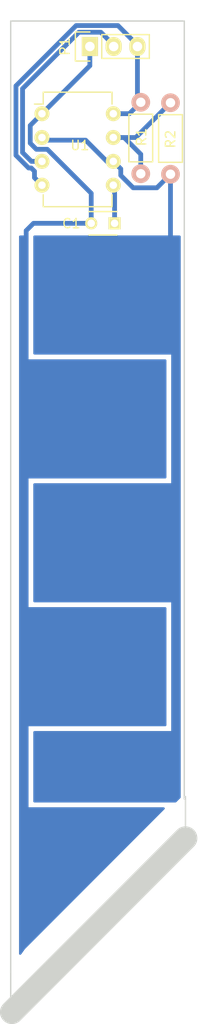
<source format=kicad_pcb>
(kicad_pcb (version 4) (host pcbnew 4.0.0-rc2-stable)

  (general
    (links 11)
    (no_connects 0)
    (area 134.417999 38.376466 156.3468 142.315001)
    (thickness 1.6)
    (drawings 7)
    (tracks 57)
    (zones 0)
    (modules 5)
    (nets 7)
  )

  (page A4)
  (layers
    (0 F.Cu signal)
    (31 B.Cu signal)
    (32 B.Adhes user)
    (33 F.Adhes user)
    (34 B.Paste user)
    (35 F.Paste user)
    (36 B.SilkS user)
    (37 F.SilkS user)
    (38 B.Mask user)
    (39 F.Mask user)
    (40 Dwgs.User user)
    (41 Cmts.User user)
    (42 Eco1.User user)
    (43 Eco2.User user)
    (44 Edge.Cuts user)
    (45 Margin user)
    (46 B.CrtYd user)
    (47 F.CrtYd user)
    (48 B.Fab user)
    (49 F.Fab user)
  )

  (setup
    (last_trace_width 0.508)
    (user_trace_width 0.508)
    (trace_clearance 0.2)
    (zone_clearance 0.508)
    (zone_45_only no)
    (trace_min 0.2)
    (segment_width 0.2)
    (edge_width 0.15)
    (via_size 0.6)
    (via_drill 0.4)
    (via_min_size 0.4)
    (via_min_drill 0.3)
    (uvia_size 0.3)
    (uvia_drill 0.1)
    (uvias_allowed no)
    (uvia_min_size 0.2)
    (uvia_min_drill 0.1)
    (pcb_text_width 0.3)
    (pcb_text_size 1.5 1.5)
    (mod_edge_width 0.15)
    (mod_text_size 1 1)
    (mod_text_width 0.15)
    (pad_size 1.524 1.524)
    (pad_drill 0.762)
    (pad_to_mask_clearance 0.2)
    (aux_axis_origin 0 0)
    (grid_origin 146.05 95.631)
    (visible_elements 7FFEFFFF)
    (pcbplotparams
      (layerselection 0x010f0_80000000)
      (usegerberextensions false)
      (excludeedgelayer true)
      (linewidth 0.100000)
      (plotframeref false)
      (viasonmask false)
      (mode 1)
      (useauxorigin false)
      (hpglpennumber 1)
      (hpglpenspeed 20)
      (hpglpendiameter 15)
      (hpglpenoverlay 2)
      (psnegative false)
      (psa4output false)
      (plotreference true)
      (plotvalue false)
      (plotinvisibletext false)
      (padsonsilk true)
      (subtractmaskfromsilk false)
      (outputformat 1)
      (mirror false)
      (drillshape 0)
      (scaleselection 1)
      (outputdirectory Gerber/))
  )

  (net 0 "")
  (net 1 "Net-(C1-Pad1)")
  (net 2 "Net-(P1-Pad3)")
  (net 3 "Net-(R1-Pad1)")
  (net 4 "Net-(P1-Pad2)")
  (net 5 /Sense_GND)
  (net 6 /Sense_pwr)

  (net_class Default "This is the default net class."
    (clearance 0.2)
    (trace_width 0.25)
    (via_dia 0.6)
    (via_drill 0.4)
    (uvia_dia 0.3)
    (uvia_drill 0.1)
    (add_net /Sense_GND)
    (add_net /Sense_pwr)
    (add_net "Net-(C1-Pad1)")
    (add_net "Net-(P1-Pad2)")
    (add_net "Net-(P1-Pad3)")
    (add_net "Net-(R1-Pad1)")
  )

  (module Capacitors_ThroughHole:C_Disc_D3_P2.5 (layer F.Cu) (tedit 56D1B582) (tstamp 56D1A3A9)
    (at 145.5928 62.3316 180)
    (descr "Capacitor 3mm Disc, Pitch 2.5mm")
    (tags Capacitor)
    (path /56D19E78)
    (fp_text reference C1 (at 4.6228 -0.0254 180) (layer F.SilkS)
      (effects (font (size 1 1) (thickness 0.15)))
    )
    (fp_text value 10nF (at 1.25 2.5 180) (layer F.Fab)
      (effects (font (size 1 1) (thickness 0.15)))
    )
    (fp_line (start -0.9 -1.5) (end 3.4 -1.5) (layer F.CrtYd) (width 0.05))
    (fp_line (start 3.4 -1.5) (end 3.4 1.5) (layer F.CrtYd) (width 0.05))
    (fp_line (start 3.4 1.5) (end -0.9 1.5) (layer F.CrtYd) (width 0.05))
    (fp_line (start -0.9 1.5) (end -0.9 -1.5) (layer F.CrtYd) (width 0.05))
    (fp_line (start -0.25 -1.25) (end 2.75 -1.25) (layer F.SilkS) (width 0.15))
    (fp_line (start 2.75 1.25) (end -0.25 1.25) (layer F.SilkS) (width 0.15))
    (pad 1 thru_hole rect (at 0 0 180) (size 1.3 1.3) (drill 0.8) (layers *.Cu *.Mask F.SilkS)
      (net 1 "Net-(C1-Pad1)"))
    (pad 2 thru_hole circle (at 2.5 0 180) (size 1.3 1.3) (drill 0.8001) (layers *.Cu *.Mask F.SilkS)
      (net 5 /Sense_GND))
    (model Capacitors_ThroughHole.3dshapes/C_Disc_D3_P2.5.wrl
      (at (xyz 0.0492126 0 0))
      (scale (xyz 1 1 1))
      (rotate (xyz 0 0 0))
    )
  )

  (module Pin_Headers:Pin_Header_Straight_1x03 (layer F.Cu) (tedit 56D1A46F) (tstamp 56D1A3B0)
    (at 142.9512 43.4848 90)
    (descr "Through hole pin header")
    (tags "pin header")
    (path /56D19DCB)
    (fp_text reference P1 (at 0 -2.667 90) (layer F.SilkS)
      (effects (font (size 1 1) (thickness 0.15)))
    )
    (fp_text value CONN_01X03 (at 0 -3.1 90) (layer F.Fab)
      (effects (font (size 1 1) (thickness 0.15)))
    )
    (fp_line (start -1.75 -1.75) (end -1.75 6.85) (layer F.CrtYd) (width 0.05))
    (fp_line (start 1.75 -1.75) (end 1.75 6.85) (layer F.CrtYd) (width 0.05))
    (fp_line (start -1.75 -1.75) (end 1.75 -1.75) (layer F.CrtYd) (width 0.05))
    (fp_line (start -1.75 6.85) (end 1.75 6.85) (layer F.CrtYd) (width 0.05))
    (fp_line (start -1.27 1.27) (end -1.27 6.35) (layer F.SilkS) (width 0.15))
    (fp_line (start -1.27 6.35) (end 1.27 6.35) (layer F.SilkS) (width 0.15))
    (fp_line (start 1.27 6.35) (end 1.27 1.27) (layer F.SilkS) (width 0.15))
    (fp_line (start 1.55 -1.55) (end 1.55 0) (layer F.SilkS) (width 0.15))
    (fp_line (start 1.27 1.27) (end -1.27 1.27) (layer F.SilkS) (width 0.15))
    (fp_line (start -1.55 0) (end -1.55 -1.55) (layer F.SilkS) (width 0.15))
    (fp_line (start -1.55 -1.55) (end 1.55 -1.55) (layer F.SilkS) (width 0.15))
    (pad 1 thru_hole rect (at 0 0 90) (size 2.032 1.7272) (drill 1.016) (layers *.Cu *.Mask F.SilkS)
      (net 5 /Sense_GND))
    (pad 2 thru_hole oval (at 0 2.54 90) (size 2.032 1.7272) (drill 1.016) (layers *.Cu *.Mask F.SilkS)
      (net 4 "Net-(P1-Pad2)"))
    (pad 3 thru_hole oval (at 0 5.08 90) (size 2.032 1.7272) (drill 1.016) (layers *.Cu *.Mask F.SilkS)
      (net 2 "Net-(P1-Pad3)"))
    (model Pin_Headers.3dshapes/Pin_Header_Straight_1x03.wrl
      (at (xyz 0 -0.1 0))
      (scale (xyz 1 1 1))
      (rotate (xyz 0 0 90))
    )
  )

  (module Resistors_ThroughHole:Resistor_Horizontal_RM7mm (layer F.Cu) (tedit 56D1A45B) (tstamp 56D1A3B6)
    (at 148.3868 57.0484 90)
    (descr "Resistor, Axial,  RM 7.62mm, 1/3W,")
    (tags "Resistor Axial RM 7.62mm 1/3W R3")
    (path /56D19E2E)
    (fp_text reference R1 (at 3.9116 0.0762 90) (layer F.SilkS)
      (effects (font (size 1 1) (thickness 0.15)))
    )
    (fp_text value 470k (at 3.81 3.81 90) (layer F.Fab)
      (effects (font (size 1 1) (thickness 0.15)))
    )
    (fp_line (start -1.25 -1.5) (end 8.85 -1.5) (layer F.CrtYd) (width 0.05))
    (fp_line (start -1.25 1.5) (end -1.25 -1.5) (layer F.CrtYd) (width 0.05))
    (fp_line (start 8.85 -1.5) (end 8.85 1.5) (layer F.CrtYd) (width 0.05))
    (fp_line (start -1.25 1.5) (end 8.85 1.5) (layer F.CrtYd) (width 0.05))
    (fp_line (start 1.27 -1.27) (end 6.35 -1.27) (layer F.SilkS) (width 0.15))
    (fp_line (start 6.35 -1.27) (end 6.35 1.27) (layer F.SilkS) (width 0.15))
    (fp_line (start 6.35 1.27) (end 1.27 1.27) (layer F.SilkS) (width 0.15))
    (fp_line (start 1.27 1.27) (end 1.27 -1.27) (layer F.SilkS) (width 0.15))
    (pad 1 thru_hole circle (at 0 0 90) (size 1.99898 1.99898) (drill 1.00076) (layers *.Cu *.SilkS *.Mask)
      (net 3 "Net-(R1-Pad1)"))
    (pad 2 thru_hole circle (at 7.62 0 90) (size 1.99898 1.99898) (drill 1.00076) (layers *.Cu *.SilkS *.Mask)
      (net 2 "Net-(P1-Pad3)"))
  )

  (module Resistors_ThroughHole:Resistor_Horizontal_RM7mm (layer F.Cu) (tedit 56D1A45F) (tstamp 56D1A3BC)
    (at 151.5618 57.0992 90)
    (descr "Resistor, Axial,  RM 7.62mm, 1/3W,")
    (tags "Resistor Axial RM 7.62mm 1/3W R3")
    (path /56D19E5B)
    (fp_text reference R2 (at 3.7338 0 90) (layer F.SilkS)
      (effects (font (size 1 1) (thickness 0.15)))
    )
    (fp_text value 470k (at 3.81 3.81 90) (layer F.Fab)
      (effects (font (size 1 1) (thickness 0.15)))
    )
    (fp_line (start -1.25 -1.5) (end 8.85 -1.5) (layer F.CrtYd) (width 0.05))
    (fp_line (start -1.25 1.5) (end -1.25 -1.5) (layer F.CrtYd) (width 0.05))
    (fp_line (start 8.85 -1.5) (end 8.85 1.5) (layer F.CrtYd) (width 0.05))
    (fp_line (start -1.25 1.5) (end 8.85 1.5) (layer F.CrtYd) (width 0.05))
    (fp_line (start 1.27 -1.27) (end 6.35 -1.27) (layer F.SilkS) (width 0.15))
    (fp_line (start 6.35 -1.27) (end 6.35 1.27) (layer F.SilkS) (width 0.15))
    (fp_line (start 6.35 1.27) (end 1.27 1.27) (layer F.SilkS) (width 0.15))
    (fp_line (start 1.27 1.27) (end 1.27 -1.27) (layer F.SilkS) (width 0.15))
    (pad 1 thru_hole circle (at 0 0 90) (size 1.99898 1.99898) (drill 1.00076) (layers *.Cu *.SilkS *.Mask)
      (net 6 /Sense_pwr))
    (pad 2 thru_hole circle (at 7.62 0 90) (size 1.99898 1.99898) (drill 1.00076) (layers *.Cu *.SilkS *.Mask)
      (net 3 "Net-(R1-Pad1)"))
  )

  (module Housings_DIP:DIP-8_W7.62mm (layer F.Cu) (tedit 56D1A475) (tstamp 56D1A3C8)
    (at 137.8331 50.6476)
    (descr "8-lead dip package, row spacing 7.62 mm (300 mils)")
    (tags "dil dip 2.54 300")
    (path /56D1A9EA)
    (fp_text reference U1 (at 4.0513 3.3782) (layer F.SilkS)
      (effects (font (size 1 1) (thickness 0.15)))
    )
    (fp_text value LM555 (at 0 -3.72) (layer F.Fab)
      (effects (font (size 1 1) (thickness 0.15)))
    )
    (fp_line (start -1.05 -2.45) (end -1.05 10.1) (layer F.CrtYd) (width 0.05))
    (fp_line (start 8.65 -2.45) (end 8.65 10.1) (layer F.CrtYd) (width 0.05))
    (fp_line (start -1.05 -2.45) (end 8.65 -2.45) (layer F.CrtYd) (width 0.05))
    (fp_line (start -1.05 10.1) (end 8.65 10.1) (layer F.CrtYd) (width 0.05))
    (fp_line (start 0.135 -2.295) (end 0.135 -1.025) (layer F.SilkS) (width 0.15))
    (fp_line (start 7.485 -2.295) (end 7.485 -1.025) (layer F.SilkS) (width 0.15))
    (fp_line (start 7.485 9.915) (end 7.485 8.645) (layer F.SilkS) (width 0.15))
    (fp_line (start 0.135 9.915) (end 0.135 8.645) (layer F.SilkS) (width 0.15))
    (fp_line (start 0.135 -2.295) (end 7.485 -2.295) (layer F.SilkS) (width 0.15))
    (fp_line (start 0.135 9.915) (end 7.485 9.915) (layer F.SilkS) (width 0.15))
    (fp_line (start 0.135 -1.025) (end -0.8 -1.025) (layer F.SilkS) (width 0.15))
    (pad 1 thru_hole oval (at 0 0) (size 1.6 1.6) (drill 0.8) (layers *.Cu *.Mask F.SilkS)
      (net 5 /Sense_GND))
    (pad 2 thru_hole oval (at 0 2.54) (size 1.6 1.6) (drill 0.8) (layers *.Cu *.Mask F.SilkS)
      (net 6 /Sense_pwr))
    (pad 3 thru_hole oval (at 0 5.08) (size 1.6 1.6) (drill 0.8) (layers *.Cu *.Mask F.SilkS)
      (net 4 "Net-(P1-Pad2)"))
    (pad 4 thru_hole oval (at 0 7.62) (size 1.6 1.6) (drill 0.8) (layers *.Cu *.Mask F.SilkS)
      (net 2 "Net-(P1-Pad3)"))
    (pad 5 thru_hole oval (at 7.62 7.62) (size 1.6 1.6) (drill 0.8) (layers *.Cu *.Mask F.SilkS)
      (net 1 "Net-(C1-Pad1)"))
    (pad 6 thru_hole oval (at 7.62 5.08) (size 1.6 1.6) (drill 0.8) (layers *.Cu *.Mask F.SilkS)
      (net 6 /Sense_pwr))
    (pad 7 thru_hole oval (at 7.62 2.54) (size 1.6 1.6) (drill 0.8) (layers *.Cu *.Mask F.SilkS)
      (net 3 "Net-(R1-Pad1)"))
    (pad 8 thru_hole oval (at 7.62 0) (size 1.6 1.6) (drill 0.8) (layers *.Cu *.Mask F.SilkS)
      (net 2 "Net-(P1-Pad3)"))
    (model Housings_DIP.3dshapes/DIP-8_W7.62mm.wrl
      (at (xyz 0 0 0))
      (scale (xyz 1 1 1))
      (rotate (xyz 0 0 0))
    )
  )

  (gr_line (start 134.493 146.558) (end 134.493 141.986) (angle 90) (layer Edge.Cuts) (width 0.15))
  (gr_line (start 134.62 146.431) (end 134.493 146.558) (angle 90) (layer Edge.Cuts) (width 0.15))
  (gr_line (start 153.162 127.889) (end 134.62 146.431) (angle 90) (layer Edge.Cuts) (width 2.54))
  (gr_line (start 153.162 123.444) (end 153.162 127.889) (angle 90) (layer Edge.Cuts) (width 0.15))
  (gr_line (start 134.493 142.24) (end 134.493 40.767) (angle 90) (layer Edge.Cuts) (width 0.15))
  (gr_line (start 153.035 40.767) (end 153.035 123.698) (angle 90) (layer Edge.Cuts) (width 0.15))
  (gr_line (start 134.493 40.767) (end 153.035 40.767) (angle 90) (layer Edge.Cuts) (width 0.15))

  (segment (start 145.5928 62.3316) (end 145.5928 58.4073) (width 0.508) (layer B.Cu) (net 1))
  (segment (start 145.5928 58.4073) (end 145.4531 58.2676) (width 0.25) (layer B.Cu) (net 1))
  (segment (start 145.4531 62.1919) (end 145.5928 62.3316) (width 0.25) (layer B.Cu) (net 1))
  (segment (start 137.8331 58.2676) (end 137.033101 57.467601) (width 0.508) (layer B.Cu) (net 2))
  (segment (start 135.05499 47.682931) (end 141.485131 41.25279) (width 0.508) (layer B.Cu) (net 2))
  (segment (start 137.033101 57.467601) (end 137.033101 56.783523) (width 0.508) (layer B.Cu) (net 2))
  (segment (start 137.033101 56.783523) (end 136.685188 56.43561) (width 0.508) (layer B.Cu) (net 2))
  (segment (start 145.95159 41.25279) (end 148.0312 43.3324) (width 0.508) (layer B.Cu) (net 2))
  (segment (start 136.685188 56.43561) (end 136.408463 56.43561) (width 0.508) (layer B.Cu) (net 2))
  (segment (start 136.408463 56.43561) (end 135.05499 55.082137) (width 0.508) (layer B.Cu) (net 2))
  (segment (start 135.05499 55.082137) (end 135.05499 47.682931) (width 0.508) (layer B.Cu) (net 2))
  (segment (start 141.485131 41.25279) (end 145.95159 41.25279) (width 0.508) (layer B.Cu) (net 2))
  (segment (start 148.0312 43.3324) (end 148.0312 43.4848) (width 0.508) (layer B.Cu) (net 2))
  (segment (start 148.0312 43.4848) (end 148.0312 49.0728) (width 0.508) (layer B.Cu) (net 2))
  (segment (start 148.0312 49.0728) (end 148.3868 49.4284) (width 0.25) (layer B.Cu) (net 2))
  (segment (start 148.3868 49.4284) (end 147.1676 50.6476) (width 0.508) (layer B.Cu) (net 2))
  (segment (start 147.1676 50.6476) (end 145.4531 50.6476) (width 0.508) (layer B.Cu) (net 2))
  (segment (start 148.3868 54.9656) (end 146.6088 53.1876) (width 0.508) (layer B.Cu) (net 3))
  (segment (start 148.3868 57.0484) (end 148.3868 54.9656) (width 0.508) (layer B.Cu) (net 3))
  (segment (start 146.6088 53.1876) (end 145.4531 53.1876) (width 0.508) (layer B.Cu) (net 3))
  (segment (start 145.4531 53.1876) (end 147.8534 53.1876) (width 0.508) (layer B.Cu) (net 3))
  (segment (start 147.8534 53.1876) (end 151.5618 49.4792) (width 0.508) (layer B.Cu) (net 3))
  (segment (start 148.3868 56.1213) (end 148.3868 57.0484) (width 0.25) (layer B.Cu) (net 3))
  (segment (start 135.763 54.78887) (end 135.763 47.976198) (width 0.508) (layer B.Cu) (net 4))
  (segment (start 135.763 47.976198) (end 141.778398 41.9608) (width 0.508) (layer B.Cu) (net 4))
  (segment (start 141.778398 41.9608) (end 144.1196 41.9608) (width 0.508) (layer B.Cu) (net 4))
  (segment (start 144.1196 41.9608) (end 145.4912 43.3324) (width 0.508) (layer B.Cu) (net 4))
  (segment (start 145.4912 43.3324) (end 145.4912 43.4848) (width 0.508) (layer B.Cu) (net 4))
  (segment (start 137.8331 55.7276) (end 136.70173 55.7276) (width 0.508) (layer B.Cu) (net 4))
  (segment (start 136.70173 55.7276) (end 135.763 54.78887) (width 0.508) (layer B.Cu) (net 4))
  (segment (start 137.033101 51.447599) (end 137.8331 50.6476) (width 0.508) (layer B.Cu) (net 5))
  (segment (start 143.0928 62.3316) (end 143.0928 59.131378) (width 0.508) (layer B.Cu) (net 5))
  (segment (start 136.579099 53.789521) (end 136.579099 51.901601) (width 0.508) (layer B.Cu) (net 5))
  (segment (start 143.0928 59.131378) (end 138.403023 54.441601) (width 0.508) (layer B.Cu) (net 5))
  (segment (start 137.231179 54.441601) (end 136.579099 53.789521) (width 0.508) (layer B.Cu) (net 5))
  (segment (start 138.403023 54.441601) (end 137.231179 54.441601) (width 0.508) (layer B.Cu) (net 5))
  (segment (start 136.579099 51.901601) (end 137.033101 51.447599) (width 0.508) (layer B.Cu) (net 5))
  (segment (start 143.0928 62.3316) (end 136.9314 62.3316) (width 0.508) (layer B.Cu) (net 5))
  (segment (start 136.9314 62.3316) (end 136.144 63.119) (width 0.508) (layer B.Cu) (net 5) (tstamp 56D1B7CF))
  (segment (start 136.144 63.119) (end 136.144 64.389) (width 0.508) (layer B.Cu) (net 5) (tstamp 56D1B7D4))
  (segment (start 142.9512 43.4848) (end 142.9512 45.5295) (width 0.508) (layer B.Cu) (net 5))
  (segment (start 142.9512 45.5295) (end 137.8331 50.6476) (width 0.508) (layer B.Cu) (net 5))
  (segment (start 142.9512 43.6372) (end 142.9512 43.4848) (width 0.25) (layer B.Cu) (net 5))
  (segment (start 150.288109 58.372891) (end 150.114 58.547) (width 0.508) (layer B.Cu) (net 6))
  (segment (start 146.253099 56.874947) (end 146.253099 56.527599) (width 0.508) (layer B.Cu) (net 6))
  (segment (start 146.253099 56.527599) (end 145.4531 55.7276) (width 0.508) (layer B.Cu) (net 6))
  (segment (start 151.5618 57.0992) (end 150.288109 58.372891) (width 0.508) (layer B.Cu) (net 6))
  (segment (start 146.253099 57.226099) (end 146.253099 56.874947) (width 0.508) (layer B.Cu) (net 6))
  (segment (start 147.574 58.547) (end 146.253099 57.226099) (width 0.508) (layer B.Cu) (net 6))
  (segment (start 150.114 58.547) (end 147.574 58.547) (width 0.508) (layer B.Cu) (net 6))
  (segment (start 145.4531 55.7276) (end 144.7546 55.7276) (width 0.508) (layer B.Cu) (net 6))
  (segment (start 144.7546 55.7276) (end 142.494 53.467) (width 0.508) (layer B.Cu) (net 6))
  (segment (start 142.494 53.467) (end 138.1125 53.467) (width 0.508) (layer B.Cu) (net 6))
  (segment (start 138.1125 53.467) (end 137.8331 53.1876) (width 0.508) (layer B.Cu) (net 6))
  (segment (start 151.5618 57.0992) (end 151.5618 64.5668) (width 0.508) (layer B.Cu) (net 6))
  (segment (start 151.5618 64.5668) (end 151.638 64.643) (width 0.508) (layer B.Cu) (net 6) (tstamp 56D1B7E0))
  (segment (start 145.4912 55.7657) (end 145.4531 55.7276) (width 0.25) (layer B.Cu) (net 6))

  (zone (net 6) (net_name /Sense_pwr) (layer B.Cu) (tstamp 56D1B661) (hatch edge 0.508)
    (connect_pads (clearance 0.508))
    (min_thickness 0.254)
    (fill yes (arc_segments 16) (thermal_gap 0.508) (thermal_bridge_width 0.508))
    (polygon
      (pts
        (xy 152.654 123.571) (xy 152.146 124.079) (xy 136.906 124.079) (xy 136.906 116.459) (xy 151.638 116.459)
        (xy 151.638 102.743) (xy 136.906 102.743) (xy 136.906 90.043) (xy 151.638 90.043) (xy 151.638 76.327)
        (xy 136.906 76.327) (xy 136.906 63.627) (xy 152.654 63.627) (xy 152.654 123.571)
      )
    )
    (filled_polygon
      (pts
        (xy 152.527 123.518394) (xy 152.093394 123.952) (xy 137.033 123.952) (xy 137.033 116.586) (xy 151.638 116.586)
        (xy 151.68741 116.575994) (xy 151.729035 116.547553) (xy 151.756315 116.505159) (xy 151.765 116.459) (xy 151.765 102.743)
        (xy 151.754994 102.69359) (xy 151.726553 102.651965) (xy 151.684159 102.624685) (xy 151.638 102.616) (xy 137.033 102.616)
        (xy 137.033 90.17) (xy 151.638 90.17) (xy 151.68741 90.159994) (xy 151.729035 90.131553) (xy 151.756315 90.089159)
        (xy 151.765 90.043) (xy 151.765 76.327) (xy 151.754994 76.27759) (xy 151.726553 76.235965) (xy 151.684159 76.208685)
        (xy 151.638 76.2) (xy 137.033 76.2) (xy 137.033 63.754) (xy 152.527 63.754)
      )
    )
  )
  (zone (net 5) (net_name /Sense_GND) (layer B.Cu) (tstamp 56D1B764) (hatch edge 0.508)
    (connect_pads (clearance 0.508))
    (min_thickness 0.254)
    (fill yes (arc_segments 16) (thermal_gap 0.508) (thermal_bridge_width 0.508))
    (polygon
      (pts
        (xy 136.398 76.835) (xy 151.13 76.835) (xy 151.13 89.535) (xy 136.398 89.535) (xy 136.398 103.251)
        (xy 151.13 103.251) (xy 151.13 115.951) (xy 136.398 115.951) (xy 136.398 124.587) (xy 151.13 124.587)
        (xy 136.017 139.7) (xy 135.382 140.589) (xy 135.382 63.627) (xy 136.398 63.627) (xy 136.398 76.835)
      )
    )
    (filled_polygon
      (pts
        (xy 136.271 76.835) (xy 136.281006 76.88441) (xy 136.309447 76.926035) (xy 136.351841 76.953315) (xy 136.398 76.962)
        (xy 151.003 76.962) (xy 151.003 89.408) (xy 136.398 89.408) (xy 136.34859 89.418006) (xy 136.306965 89.446447)
        (xy 136.279685 89.488841) (xy 136.271 89.535) (xy 136.271 103.251) (xy 136.281006 103.30041) (xy 136.309447 103.342035)
        (xy 136.351841 103.369315) (xy 136.398 103.378) (xy 151.003 103.378) (xy 151.003 115.824) (xy 136.398 115.824)
        (xy 136.34859 115.834006) (xy 136.306965 115.862447) (xy 136.279685 115.904841) (xy 136.271 115.951) (xy 136.271 124.587)
        (xy 136.281006 124.63641) (xy 136.309447 124.678035) (xy 136.351841 124.705315) (xy 136.398 124.714) (xy 150.823394 124.714)
        (xy 135.927197 139.610197) (xy 135.913656 139.626183) (xy 135.509 140.192701) (xy 135.509 63.754) (xy 136.271 63.754)
      )
    )
  )
)

</source>
